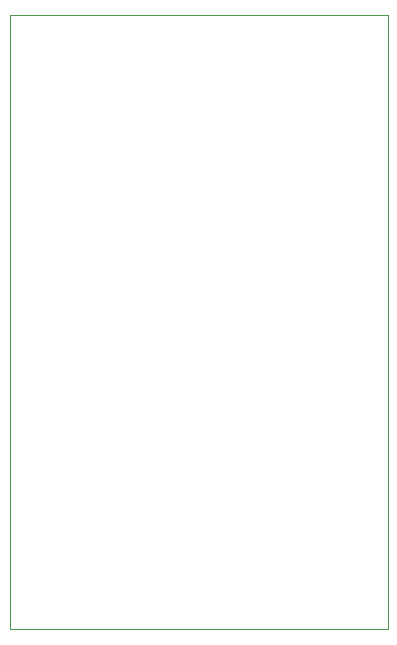
<source format=gm1>
%TF.GenerationSoftware,KiCad,Pcbnew,9.0.6-9.0.6~ubuntu22.04.1*%
%TF.CreationDate,2026-01-23T17:03:56+00:00*%
%TF.ProjectId,mm_raspberry_pi_pico,6d6d5f72-6173-4706-9265-7272795f7069,v0.1*%
%TF.SameCoordinates,PX8d24d00PY37ca3a0*%
%TF.FileFunction,Profile,NP*%
%FSLAX45Y45*%
G04 Gerber Fmt 4.5, Leading zero omitted, Abs format (unit mm)*
G04 Created by KiCad (PCBNEW 9.0.6-9.0.6~ubuntu22.04.1) date 2026-01-23 17:03:56*
%MOMM*%
%LPD*%
G01*
G04 APERTURE LIST*
%TA.AperFunction,Profile*%
%ADD10C,0.050000*%
%TD*%
G04 APERTURE END LIST*
D10*
X-1600000Y2600000D02*
X1600000Y2600000D01*
X1600000Y-2600000D01*
X-1600000Y-2600000D01*
X-1600000Y2600000D01*
M02*

</source>
